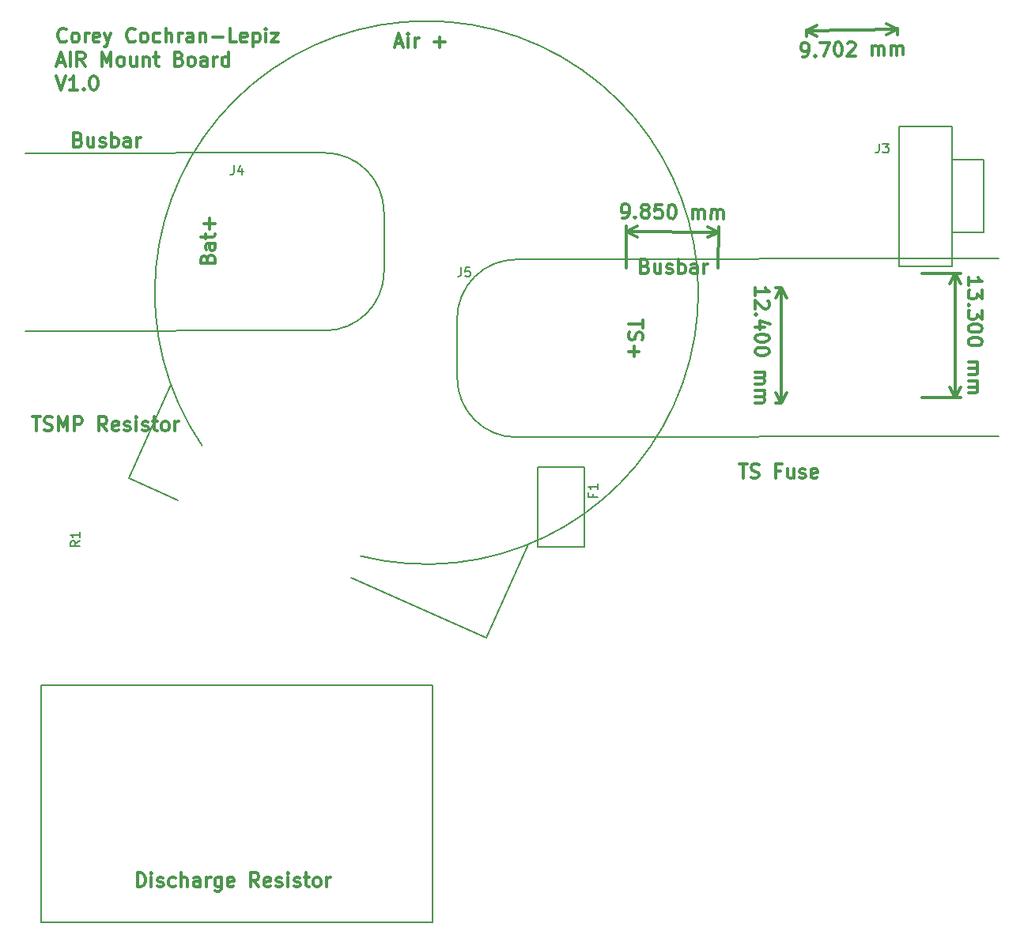
<source format=gto>
G04 #@! TF.GenerationSoftware,KiCad,Pcbnew,5.0.2-bee76a0~70~ubuntu18.04.1*
G04 #@! TF.CreationDate,2019-04-30T11:18:50-04:00*
G04 #@! TF.ProjectId,AIR_Mount_Plus,4149525f-4d6f-4756-9e74-5f506c75732e,rev?*
G04 #@! TF.SameCoordinates,Original*
G04 #@! TF.FileFunction,Legend,Top*
G04 #@! TF.FilePolarity,Positive*
%FSLAX46Y46*%
G04 Gerber Fmt 4.6, Leading zero omitted, Abs format (unit mm)*
G04 Created by KiCad (PCBNEW 5.0.2-bee76a0~70~ubuntu18.04.1) date Tue 30 Apr 2019 11:18:50 AM EDT*
%MOMM*%
%LPD*%
G01*
G04 APERTURE LIST*
%ADD10C,0.300000*%
%ADD11C,0.200000*%
%ADD12C,0.150000*%
G04 APERTURE END LIST*
D10*
X190149285Y-25975714D02*
X190077857Y-26047142D01*
X189863571Y-26118571D01*
X189720714Y-26118571D01*
X189506428Y-26047142D01*
X189363571Y-25904285D01*
X189292142Y-25761428D01*
X189220714Y-25475714D01*
X189220714Y-25261428D01*
X189292142Y-24975714D01*
X189363571Y-24832857D01*
X189506428Y-24690000D01*
X189720714Y-24618571D01*
X189863571Y-24618571D01*
X190077857Y-24690000D01*
X190149285Y-24761428D01*
X191006428Y-26118571D02*
X190863571Y-26047142D01*
X190792142Y-25975714D01*
X190720714Y-25832857D01*
X190720714Y-25404285D01*
X190792142Y-25261428D01*
X190863571Y-25190000D01*
X191006428Y-25118571D01*
X191220714Y-25118571D01*
X191363571Y-25190000D01*
X191435000Y-25261428D01*
X191506428Y-25404285D01*
X191506428Y-25832857D01*
X191435000Y-25975714D01*
X191363571Y-26047142D01*
X191220714Y-26118571D01*
X191006428Y-26118571D01*
X192149285Y-26118571D02*
X192149285Y-25118571D01*
X192149285Y-25404285D02*
X192220714Y-25261428D01*
X192292142Y-25190000D01*
X192435000Y-25118571D01*
X192577857Y-25118571D01*
X193649285Y-26047142D02*
X193506428Y-26118571D01*
X193220714Y-26118571D01*
X193077857Y-26047142D01*
X193006428Y-25904285D01*
X193006428Y-25332857D01*
X193077857Y-25190000D01*
X193220714Y-25118571D01*
X193506428Y-25118571D01*
X193649285Y-25190000D01*
X193720714Y-25332857D01*
X193720714Y-25475714D01*
X193006428Y-25618571D01*
X194220714Y-25118571D02*
X194577857Y-26118571D01*
X194935000Y-25118571D02*
X194577857Y-26118571D01*
X194435000Y-26475714D01*
X194363571Y-26547142D01*
X194220714Y-26618571D01*
X197506428Y-25975714D02*
X197435000Y-26047142D01*
X197220714Y-26118571D01*
X197077857Y-26118571D01*
X196863571Y-26047142D01*
X196720714Y-25904285D01*
X196649285Y-25761428D01*
X196577857Y-25475714D01*
X196577857Y-25261428D01*
X196649285Y-24975714D01*
X196720714Y-24832857D01*
X196863571Y-24690000D01*
X197077857Y-24618571D01*
X197220714Y-24618571D01*
X197435000Y-24690000D01*
X197506428Y-24761428D01*
X198363571Y-26118571D02*
X198220714Y-26047142D01*
X198149285Y-25975714D01*
X198077857Y-25832857D01*
X198077857Y-25404285D01*
X198149285Y-25261428D01*
X198220714Y-25190000D01*
X198363571Y-25118571D01*
X198577857Y-25118571D01*
X198720714Y-25190000D01*
X198792142Y-25261428D01*
X198863571Y-25404285D01*
X198863571Y-25832857D01*
X198792142Y-25975714D01*
X198720714Y-26047142D01*
X198577857Y-26118571D01*
X198363571Y-26118571D01*
X200149285Y-26047142D02*
X200006428Y-26118571D01*
X199720714Y-26118571D01*
X199577857Y-26047142D01*
X199506428Y-25975714D01*
X199435000Y-25832857D01*
X199435000Y-25404285D01*
X199506428Y-25261428D01*
X199577857Y-25190000D01*
X199720714Y-25118571D01*
X200006428Y-25118571D01*
X200149285Y-25190000D01*
X200792142Y-26118571D02*
X200792142Y-24618571D01*
X201435000Y-26118571D02*
X201435000Y-25332857D01*
X201363571Y-25190000D01*
X201220714Y-25118571D01*
X201006428Y-25118571D01*
X200863571Y-25190000D01*
X200792142Y-25261428D01*
X202149285Y-26118571D02*
X202149285Y-25118571D01*
X202149285Y-25404285D02*
X202220714Y-25261428D01*
X202292142Y-25190000D01*
X202435000Y-25118571D01*
X202577857Y-25118571D01*
X203720714Y-26118571D02*
X203720714Y-25332857D01*
X203649285Y-25190000D01*
X203506428Y-25118571D01*
X203220714Y-25118571D01*
X203077857Y-25190000D01*
X203720714Y-26047142D02*
X203577857Y-26118571D01*
X203220714Y-26118571D01*
X203077857Y-26047142D01*
X203006428Y-25904285D01*
X203006428Y-25761428D01*
X203077857Y-25618571D01*
X203220714Y-25547142D01*
X203577857Y-25547142D01*
X203720714Y-25475714D01*
X204435000Y-25118571D02*
X204435000Y-26118571D01*
X204435000Y-25261428D02*
X204506428Y-25190000D01*
X204649285Y-25118571D01*
X204863571Y-25118571D01*
X205006428Y-25190000D01*
X205077857Y-25332857D01*
X205077857Y-26118571D01*
X205792142Y-25547142D02*
X206935000Y-25547142D01*
X208363571Y-26118571D02*
X207649285Y-26118571D01*
X207649285Y-24618571D01*
X209435000Y-26047142D02*
X209292142Y-26118571D01*
X209006428Y-26118571D01*
X208863571Y-26047142D01*
X208792142Y-25904285D01*
X208792142Y-25332857D01*
X208863571Y-25190000D01*
X209006428Y-25118571D01*
X209292142Y-25118571D01*
X209435000Y-25190000D01*
X209506428Y-25332857D01*
X209506428Y-25475714D01*
X208792142Y-25618571D01*
X210149285Y-25118571D02*
X210149285Y-26618571D01*
X210149285Y-25190000D02*
X210292142Y-25118571D01*
X210577857Y-25118571D01*
X210720714Y-25190000D01*
X210792142Y-25261428D01*
X210863571Y-25404285D01*
X210863571Y-25832857D01*
X210792142Y-25975714D01*
X210720714Y-26047142D01*
X210577857Y-26118571D01*
X210292142Y-26118571D01*
X210149285Y-26047142D01*
X211506428Y-26118571D02*
X211506428Y-25118571D01*
X211506428Y-24618571D02*
X211435000Y-24690000D01*
X211506428Y-24761428D01*
X211577857Y-24690000D01*
X211506428Y-24618571D01*
X211506428Y-24761428D01*
X212077857Y-25118571D02*
X212863571Y-25118571D01*
X212077857Y-26118571D01*
X212863571Y-26118571D01*
X189220714Y-28240000D02*
X189935000Y-28240000D01*
X189077857Y-28668571D02*
X189577857Y-27168571D01*
X190077857Y-28668571D01*
X190577857Y-28668571D02*
X190577857Y-27168571D01*
X192149285Y-28668571D02*
X191649285Y-27954285D01*
X191292142Y-28668571D02*
X191292142Y-27168571D01*
X191863571Y-27168571D01*
X192006428Y-27240000D01*
X192077857Y-27311428D01*
X192149285Y-27454285D01*
X192149285Y-27668571D01*
X192077857Y-27811428D01*
X192006428Y-27882857D01*
X191863571Y-27954285D01*
X191292142Y-27954285D01*
X193935000Y-28668571D02*
X193935000Y-27168571D01*
X194435000Y-28240000D01*
X194935000Y-27168571D01*
X194935000Y-28668571D01*
X195863571Y-28668571D02*
X195720714Y-28597142D01*
X195649285Y-28525714D01*
X195577857Y-28382857D01*
X195577857Y-27954285D01*
X195649285Y-27811428D01*
X195720714Y-27740000D01*
X195863571Y-27668571D01*
X196077857Y-27668571D01*
X196220714Y-27740000D01*
X196292142Y-27811428D01*
X196363571Y-27954285D01*
X196363571Y-28382857D01*
X196292142Y-28525714D01*
X196220714Y-28597142D01*
X196077857Y-28668571D01*
X195863571Y-28668571D01*
X197649285Y-27668571D02*
X197649285Y-28668571D01*
X197006428Y-27668571D02*
X197006428Y-28454285D01*
X197077857Y-28597142D01*
X197220714Y-28668571D01*
X197435000Y-28668571D01*
X197577857Y-28597142D01*
X197649285Y-28525714D01*
X198363571Y-27668571D02*
X198363571Y-28668571D01*
X198363571Y-27811428D02*
X198435000Y-27740000D01*
X198577857Y-27668571D01*
X198792142Y-27668571D01*
X198935000Y-27740000D01*
X199006428Y-27882857D01*
X199006428Y-28668571D01*
X199506428Y-27668571D02*
X200077857Y-27668571D01*
X199720714Y-27168571D02*
X199720714Y-28454285D01*
X199792142Y-28597142D01*
X199935000Y-28668571D01*
X200077857Y-28668571D01*
X202220714Y-27882857D02*
X202435000Y-27954285D01*
X202506428Y-28025714D01*
X202577857Y-28168571D01*
X202577857Y-28382857D01*
X202506428Y-28525714D01*
X202435000Y-28597142D01*
X202292142Y-28668571D01*
X201720714Y-28668571D01*
X201720714Y-27168571D01*
X202220714Y-27168571D01*
X202363571Y-27240000D01*
X202435000Y-27311428D01*
X202506428Y-27454285D01*
X202506428Y-27597142D01*
X202435000Y-27740000D01*
X202363571Y-27811428D01*
X202220714Y-27882857D01*
X201720714Y-27882857D01*
X203435000Y-28668571D02*
X203292142Y-28597142D01*
X203220714Y-28525714D01*
X203149285Y-28382857D01*
X203149285Y-27954285D01*
X203220714Y-27811428D01*
X203292142Y-27740000D01*
X203435000Y-27668571D01*
X203649285Y-27668571D01*
X203792142Y-27740000D01*
X203863571Y-27811428D01*
X203935000Y-27954285D01*
X203935000Y-28382857D01*
X203863571Y-28525714D01*
X203792142Y-28597142D01*
X203649285Y-28668571D01*
X203435000Y-28668571D01*
X205220714Y-28668571D02*
X205220714Y-27882857D01*
X205149285Y-27740000D01*
X205006428Y-27668571D01*
X204720714Y-27668571D01*
X204577857Y-27740000D01*
X205220714Y-28597142D02*
X205077857Y-28668571D01*
X204720714Y-28668571D01*
X204577857Y-28597142D01*
X204506428Y-28454285D01*
X204506428Y-28311428D01*
X204577857Y-28168571D01*
X204720714Y-28097142D01*
X205077857Y-28097142D01*
X205220714Y-28025714D01*
X205935000Y-28668571D02*
X205935000Y-27668571D01*
X205935000Y-27954285D02*
X206006428Y-27811428D01*
X206077857Y-27740000D01*
X206220714Y-27668571D01*
X206363571Y-27668571D01*
X207506428Y-28668571D02*
X207506428Y-27168571D01*
X207506428Y-28597142D02*
X207363571Y-28668571D01*
X207077857Y-28668571D01*
X206935000Y-28597142D01*
X206863571Y-28525714D01*
X206792142Y-28382857D01*
X206792142Y-27954285D01*
X206863571Y-27811428D01*
X206935000Y-27740000D01*
X207077857Y-27668571D01*
X207363571Y-27668571D01*
X207506428Y-27740000D01*
X189077857Y-29718571D02*
X189577857Y-31218571D01*
X190077857Y-29718571D01*
X191363571Y-31218571D02*
X190506428Y-31218571D01*
X190935000Y-31218571D02*
X190935000Y-29718571D01*
X190792142Y-29932857D01*
X190649285Y-30075714D01*
X190506428Y-30147142D01*
X192006428Y-31075714D02*
X192077857Y-31147142D01*
X192006428Y-31218571D01*
X191935000Y-31147142D01*
X192006428Y-31075714D01*
X192006428Y-31218571D01*
X193006428Y-29718571D02*
X193149285Y-29718571D01*
X193292142Y-29790000D01*
X193363571Y-29861428D01*
X193435000Y-30004285D01*
X193506428Y-30290000D01*
X193506428Y-30647142D01*
X193435000Y-30932857D01*
X193363571Y-31075714D01*
X193292142Y-31147142D01*
X193149285Y-31218571D01*
X193006428Y-31218571D01*
X192863571Y-31147142D01*
X192792142Y-31075714D01*
X192720714Y-30932857D01*
X192649285Y-30647142D01*
X192649285Y-30290000D01*
X192720714Y-30004285D01*
X192792142Y-29861428D01*
X192863571Y-29790000D01*
X193006428Y-29718571D01*
X262164285Y-71328571D02*
X263021428Y-71328571D01*
X262592857Y-72828571D02*
X262592857Y-71328571D01*
X263450000Y-72757142D02*
X263664285Y-72828571D01*
X264021428Y-72828571D01*
X264164285Y-72757142D01*
X264235714Y-72685714D01*
X264307142Y-72542857D01*
X264307142Y-72400000D01*
X264235714Y-72257142D01*
X264164285Y-72185714D01*
X264021428Y-72114285D01*
X263735714Y-72042857D01*
X263592857Y-71971428D01*
X263521428Y-71900000D01*
X263450000Y-71757142D01*
X263450000Y-71614285D01*
X263521428Y-71471428D01*
X263592857Y-71400000D01*
X263735714Y-71328571D01*
X264092857Y-71328571D01*
X264307142Y-71400000D01*
X266592857Y-72042857D02*
X266092857Y-72042857D01*
X266092857Y-72828571D02*
X266092857Y-71328571D01*
X266807142Y-71328571D01*
X268021428Y-71828571D02*
X268021428Y-72828571D01*
X267378571Y-71828571D02*
X267378571Y-72614285D01*
X267450000Y-72757142D01*
X267592857Y-72828571D01*
X267807142Y-72828571D01*
X267950000Y-72757142D01*
X268021428Y-72685714D01*
X268664285Y-72757142D02*
X268807142Y-72828571D01*
X269092857Y-72828571D01*
X269235714Y-72757142D01*
X269307142Y-72614285D01*
X269307142Y-72542857D01*
X269235714Y-72400000D01*
X269092857Y-72328571D01*
X268878571Y-72328571D01*
X268735714Y-72257142D01*
X268664285Y-72114285D01*
X268664285Y-72042857D01*
X268735714Y-71900000D01*
X268878571Y-71828571D01*
X269092857Y-71828571D01*
X269235714Y-71900000D01*
X270521428Y-72757142D02*
X270378571Y-72828571D01*
X270092857Y-72828571D01*
X269950000Y-72757142D01*
X269878571Y-72614285D01*
X269878571Y-72042857D01*
X269950000Y-71900000D01*
X270092857Y-71828571D01*
X270378571Y-71828571D01*
X270521428Y-71900000D01*
X270592857Y-72042857D01*
X270592857Y-72185714D01*
X269878571Y-72328571D01*
X186492857Y-66253571D02*
X187350000Y-66253571D01*
X186921428Y-67753571D02*
X186921428Y-66253571D01*
X187778571Y-67682142D02*
X187992857Y-67753571D01*
X188350000Y-67753571D01*
X188492857Y-67682142D01*
X188564285Y-67610714D01*
X188635714Y-67467857D01*
X188635714Y-67325000D01*
X188564285Y-67182142D01*
X188492857Y-67110714D01*
X188350000Y-67039285D01*
X188064285Y-66967857D01*
X187921428Y-66896428D01*
X187850000Y-66825000D01*
X187778571Y-66682142D01*
X187778571Y-66539285D01*
X187850000Y-66396428D01*
X187921428Y-66325000D01*
X188064285Y-66253571D01*
X188421428Y-66253571D01*
X188635714Y-66325000D01*
X189278571Y-67753571D02*
X189278571Y-66253571D01*
X189778571Y-67325000D01*
X190278571Y-66253571D01*
X190278571Y-67753571D01*
X190992857Y-67753571D02*
X190992857Y-66253571D01*
X191564285Y-66253571D01*
X191707142Y-66325000D01*
X191778571Y-66396428D01*
X191850000Y-66539285D01*
X191850000Y-66753571D01*
X191778571Y-66896428D01*
X191707142Y-66967857D01*
X191564285Y-67039285D01*
X190992857Y-67039285D01*
X194492857Y-67753571D02*
X193992857Y-67039285D01*
X193635714Y-67753571D02*
X193635714Y-66253571D01*
X194207142Y-66253571D01*
X194350000Y-66325000D01*
X194421428Y-66396428D01*
X194492857Y-66539285D01*
X194492857Y-66753571D01*
X194421428Y-66896428D01*
X194350000Y-66967857D01*
X194207142Y-67039285D01*
X193635714Y-67039285D01*
X195707142Y-67682142D02*
X195564285Y-67753571D01*
X195278571Y-67753571D01*
X195135714Y-67682142D01*
X195064285Y-67539285D01*
X195064285Y-66967857D01*
X195135714Y-66825000D01*
X195278571Y-66753571D01*
X195564285Y-66753571D01*
X195707142Y-66825000D01*
X195778571Y-66967857D01*
X195778571Y-67110714D01*
X195064285Y-67253571D01*
X196350000Y-67682142D02*
X196492857Y-67753571D01*
X196778571Y-67753571D01*
X196921428Y-67682142D01*
X196992857Y-67539285D01*
X196992857Y-67467857D01*
X196921428Y-67325000D01*
X196778571Y-67253571D01*
X196564285Y-67253571D01*
X196421428Y-67182142D01*
X196350000Y-67039285D01*
X196350000Y-66967857D01*
X196421428Y-66825000D01*
X196564285Y-66753571D01*
X196778571Y-66753571D01*
X196921428Y-66825000D01*
X197635714Y-67753571D02*
X197635714Y-66753571D01*
X197635714Y-66253571D02*
X197564285Y-66325000D01*
X197635714Y-66396428D01*
X197707142Y-66325000D01*
X197635714Y-66253571D01*
X197635714Y-66396428D01*
X198278571Y-67682142D02*
X198421428Y-67753571D01*
X198707142Y-67753571D01*
X198850000Y-67682142D01*
X198921428Y-67539285D01*
X198921428Y-67467857D01*
X198850000Y-67325000D01*
X198707142Y-67253571D01*
X198492857Y-67253571D01*
X198350000Y-67182142D01*
X198278571Y-67039285D01*
X198278571Y-66967857D01*
X198350000Y-66825000D01*
X198492857Y-66753571D01*
X198707142Y-66753571D01*
X198850000Y-66825000D01*
X199350000Y-66753571D02*
X199921428Y-66753571D01*
X199564285Y-66253571D02*
X199564285Y-67539285D01*
X199635714Y-67682142D01*
X199778571Y-67753571D01*
X199921428Y-67753571D01*
X200635714Y-67753571D02*
X200492857Y-67682142D01*
X200421428Y-67610714D01*
X200350000Y-67467857D01*
X200350000Y-67039285D01*
X200421428Y-66896428D01*
X200492857Y-66825000D01*
X200635714Y-66753571D01*
X200850000Y-66753571D01*
X200992857Y-66825000D01*
X201064285Y-66896428D01*
X201135714Y-67039285D01*
X201135714Y-67467857D01*
X201064285Y-67610714D01*
X200992857Y-67682142D01*
X200850000Y-67753571D01*
X200635714Y-67753571D01*
X201778571Y-67753571D02*
X201778571Y-66753571D01*
X201778571Y-67039285D02*
X201850000Y-66896428D01*
X201921428Y-66825000D01*
X202064285Y-66753571D01*
X202207142Y-66753571D01*
X197750000Y-116603571D02*
X197750000Y-115103571D01*
X198107142Y-115103571D01*
X198321428Y-115175000D01*
X198464285Y-115317857D01*
X198535714Y-115460714D01*
X198607142Y-115746428D01*
X198607142Y-115960714D01*
X198535714Y-116246428D01*
X198464285Y-116389285D01*
X198321428Y-116532142D01*
X198107142Y-116603571D01*
X197750000Y-116603571D01*
X199250000Y-116603571D02*
X199250000Y-115603571D01*
X199250000Y-115103571D02*
X199178571Y-115175000D01*
X199250000Y-115246428D01*
X199321428Y-115175000D01*
X199250000Y-115103571D01*
X199250000Y-115246428D01*
X199892857Y-116532142D02*
X200035714Y-116603571D01*
X200321428Y-116603571D01*
X200464285Y-116532142D01*
X200535714Y-116389285D01*
X200535714Y-116317857D01*
X200464285Y-116175000D01*
X200321428Y-116103571D01*
X200107142Y-116103571D01*
X199964285Y-116032142D01*
X199892857Y-115889285D01*
X199892857Y-115817857D01*
X199964285Y-115675000D01*
X200107142Y-115603571D01*
X200321428Y-115603571D01*
X200464285Y-115675000D01*
X201821428Y-116532142D02*
X201678571Y-116603571D01*
X201392857Y-116603571D01*
X201250000Y-116532142D01*
X201178571Y-116460714D01*
X201107142Y-116317857D01*
X201107142Y-115889285D01*
X201178571Y-115746428D01*
X201250000Y-115675000D01*
X201392857Y-115603571D01*
X201678571Y-115603571D01*
X201821428Y-115675000D01*
X202464285Y-116603571D02*
X202464285Y-115103571D01*
X203107142Y-116603571D02*
X203107142Y-115817857D01*
X203035714Y-115675000D01*
X202892857Y-115603571D01*
X202678571Y-115603571D01*
X202535714Y-115675000D01*
X202464285Y-115746428D01*
X204464285Y-116603571D02*
X204464285Y-115817857D01*
X204392857Y-115675000D01*
X204250000Y-115603571D01*
X203964285Y-115603571D01*
X203821428Y-115675000D01*
X204464285Y-116532142D02*
X204321428Y-116603571D01*
X203964285Y-116603571D01*
X203821428Y-116532142D01*
X203750000Y-116389285D01*
X203750000Y-116246428D01*
X203821428Y-116103571D01*
X203964285Y-116032142D01*
X204321428Y-116032142D01*
X204464285Y-115960714D01*
X205178571Y-116603571D02*
X205178571Y-115603571D01*
X205178571Y-115889285D02*
X205250000Y-115746428D01*
X205321428Y-115675000D01*
X205464285Y-115603571D01*
X205607142Y-115603571D01*
X206750000Y-115603571D02*
X206750000Y-116817857D01*
X206678571Y-116960714D01*
X206607142Y-117032142D01*
X206464285Y-117103571D01*
X206250000Y-117103571D01*
X206107142Y-117032142D01*
X206750000Y-116532142D02*
X206607142Y-116603571D01*
X206321428Y-116603571D01*
X206178571Y-116532142D01*
X206107142Y-116460714D01*
X206035714Y-116317857D01*
X206035714Y-115889285D01*
X206107142Y-115746428D01*
X206178571Y-115675000D01*
X206321428Y-115603571D01*
X206607142Y-115603571D01*
X206750000Y-115675000D01*
X208035714Y-116532142D02*
X207892857Y-116603571D01*
X207607142Y-116603571D01*
X207464285Y-116532142D01*
X207392857Y-116389285D01*
X207392857Y-115817857D01*
X207464285Y-115675000D01*
X207607142Y-115603571D01*
X207892857Y-115603571D01*
X208035714Y-115675000D01*
X208107142Y-115817857D01*
X208107142Y-115960714D01*
X207392857Y-116103571D01*
X210750000Y-116603571D02*
X210250000Y-115889285D01*
X209892857Y-116603571D02*
X209892857Y-115103571D01*
X210464285Y-115103571D01*
X210607142Y-115175000D01*
X210678571Y-115246428D01*
X210750000Y-115389285D01*
X210750000Y-115603571D01*
X210678571Y-115746428D01*
X210607142Y-115817857D01*
X210464285Y-115889285D01*
X209892857Y-115889285D01*
X211964285Y-116532142D02*
X211821428Y-116603571D01*
X211535714Y-116603571D01*
X211392857Y-116532142D01*
X211321428Y-116389285D01*
X211321428Y-115817857D01*
X211392857Y-115675000D01*
X211535714Y-115603571D01*
X211821428Y-115603571D01*
X211964285Y-115675000D01*
X212035714Y-115817857D01*
X212035714Y-115960714D01*
X211321428Y-116103571D01*
X212607142Y-116532142D02*
X212750000Y-116603571D01*
X213035714Y-116603571D01*
X213178571Y-116532142D01*
X213250000Y-116389285D01*
X213250000Y-116317857D01*
X213178571Y-116175000D01*
X213035714Y-116103571D01*
X212821428Y-116103571D01*
X212678571Y-116032142D01*
X212607142Y-115889285D01*
X212607142Y-115817857D01*
X212678571Y-115675000D01*
X212821428Y-115603571D01*
X213035714Y-115603571D01*
X213178571Y-115675000D01*
X213892857Y-116603571D02*
X213892857Y-115603571D01*
X213892857Y-115103571D02*
X213821428Y-115175000D01*
X213892857Y-115246428D01*
X213964285Y-115175000D01*
X213892857Y-115103571D01*
X213892857Y-115246428D01*
X214535714Y-116532142D02*
X214678571Y-116603571D01*
X214964285Y-116603571D01*
X215107142Y-116532142D01*
X215178571Y-116389285D01*
X215178571Y-116317857D01*
X215107142Y-116175000D01*
X214964285Y-116103571D01*
X214750000Y-116103571D01*
X214607142Y-116032142D01*
X214535714Y-115889285D01*
X214535714Y-115817857D01*
X214607142Y-115675000D01*
X214750000Y-115603571D01*
X214964285Y-115603571D01*
X215107142Y-115675000D01*
X215607142Y-115603571D02*
X216178571Y-115603571D01*
X215821428Y-115103571D02*
X215821428Y-116389285D01*
X215892857Y-116532142D01*
X216035714Y-116603571D01*
X216178571Y-116603571D01*
X216892857Y-116603571D02*
X216750000Y-116532142D01*
X216678571Y-116460714D01*
X216607142Y-116317857D01*
X216607142Y-115889285D01*
X216678571Y-115746428D01*
X216750000Y-115675000D01*
X216892857Y-115603571D01*
X217107142Y-115603571D01*
X217250000Y-115675000D01*
X217321428Y-115746428D01*
X217392857Y-115889285D01*
X217392857Y-116317857D01*
X217321428Y-116460714D01*
X217250000Y-116532142D01*
X217107142Y-116603571D01*
X216892857Y-116603571D01*
X218035714Y-116603571D02*
X218035714Y-115603571D01*
X218035714Y-115889285D02*
X218107142Y-115746428D01*
X218178571Y-115675000D01*
X218321428Y-115603571D01*
X218464285Y-115603571D01*
X251846428Y-55878571D02*
X251846428Y-56735714D01*
X250346428Y-56307142D02*
X251846428Y-56307142D01*
X250417857Y-57164285D02*
X250346428Y-57378571D01*
X250346428Y-57735714D01*
X250417857Y-57878571D01*
X250489285Y-57950000D01*
X250632142Y-58021428D01*
X250775000Y-58021428D01*
X250917857Y-57950000D01*
X250989285Y-57878571D01*
X251060714Y-57735714D01*
X251132142Y-57450000D01*
X251203571Y-57307142D01*
X251275000Y-57235714D01*
X251417857Y-57164285D01*
X251560714Y-57164285D01*
X251703571Y-57235714D01*
X251775000Y-57307142D01*
X251846428Y-57450000D01*
X251846428Y-57807142D01*
X251775000Y-58021428D01*
X250917857Y-58664285D02*
X250917857Y-59807142D01*
X250346428Y-59235714D02*
X251489285Y-59235714D01*
X205242857Y-49328571D02*
X205314285Y-49114285D01*
X205385714Y-49042857D01*
X205528571Y-48971428D01*
X205742857Y-48971428D01*
X205885714Y-49042857D01*
X205957142Y-49114285D01*
X206028571Y-49257142D01*
X206028571Y-49828571D01*
X204528571Y-49828571D01*
X204528571Y-49328571D01*
X204600000Y-49185714D01*
X204671428Y-49114285D01*
X204814285Y-49042857D01*
X204957142Y-49042857D01*
X205100000Y-49114285D01*
X205171428Y-49185714D01*
X205242857Y-49328571D01*
X205242857Y-49828571D01*
X206028571Y-47685714D02*
X205242857Y-47685714D01*
X205100000Y-47757142D01*
X205028571Y-47900000D01*
X205028571Y-48185714D01*
X205100000Y-48328571D01*
X205957142Y-47685714D02*
X206028571Y-47828571D01*
X206028571Y-48185714D01*
X205957142Y-48328571D01*
X205814285Y-48400000D01*
X205671428Y-48400000D01*
X205528571Y-48328571D01*
X205457142Y-48185714D01*
X205457142Y-47828571D01*
X205385714Y-47685714D01*
X205028571Y-47185714D02*
X205028571Y-46614285D01*
X204528571Y-46971428D02*
X205814285Y-46971428D01*
X205957142Y-46900000D01*
X206028571Y-46757142D01*
X206028571Y-46614285D01*
X205457142Y-46114285D02*
X205457142Y-44971428D01*
X206028571Y-45542857D02*
X204885714Y-45542857D01*
X225396428Y-26250000D02*
X226110714Y-26250000D01*
X225253571Y-26678571D02*
X225753571Y-25178571D01*
X226253571Y-26678571D01*
X226753571Y-26678571D02*
X226753571Y-25678571D01*
X226753571Y-25178571D02*
X226682142Y-25250000D01*
X226753571Y-25321428D01*
X226825000Y-25250000D01*
X226753571Y-25178571D01*
X226753571Y-25321428D01*
X227467857Y-26678571D02*
X227467857Y-25678571D01*
X227467857Y-25964285D02*
X227539285Y-25821428D01*
X227610714Y-25750000D01*
X227753571Y-25678571D01*
X227896428Y-25678571D01*
X229539285Y-26107142D02*
X230682142Y-26107142D01*
X230110714Y-26678571D02*
X230110714Y-25535714D01*
X252125000Y-50117857D02*
X252339285Y-50189285D01*
X252410714Y-50260714D01*
X252482142Y-50403571D01*
X252482142Y-50617857D01*
X252410714Y-50760714D01*
X252339285Y-50832142D01*
X252196428Y-50903571D01*
X251625000Y-50903571D01*
X251625000Y-49403571D01*
X252125000Y-49403571D01*
X252267857Y-49475000D01*
X252339285Y-49546428D01*
X252410714Y-49689285D01*
X252410714Y-49832142D01*
X252339285Y-49975000D01*
X252267857Y-50046428D01*
X252125000Y-50117857D01*
X251625000Y-50117857D01*
X253767857Y-49903571D02*
X253767857Y-50903571D01*
X253125000Y-49903571D02*
X253125000Y-50689285D01*
X253196428Y-50832142D01*
X253339285Y-50903571D01*
X253553571Y-50903571D01*
X253696428Y-50832142D01*
X253767857Y-50760714D01*
X254410714Y-50832142D02*
X254553571Y-50903571D01*
X254839285Y-50903571D01*
X254982142Y-50832142D01*
X255053571Y-50689285D01*
X255053571Y-50617857D01*
X254982142Y-50475000D01*
X254839285Y-50403571D01*
X254625000Y-50403571D01*
X254482142Y-50332142D01*
X254410714Y-50189285D01*
X254410714Y-50117857D01*
X254482142Y-49975000D01*
X254625000Y-49903571D01*
X254839285Y-49903571D01*
X254982142Y-49975000D01*
X255696428Y-50903571D02*
X255696428Y-49403571D01*
X255696428Y-49975000D02*
X255839285Y-49903571D01*
X256125000Y-49903571D01*
X256267857Y-49975000D01*
X256339285Y-50046428D01*
X256410714Y-50189285D01*
X256410714Y-50617857D01*
X256339285Y-50760714D01*
X256267857Y-50832142D01*
X256125000Y-50903571D01*
X255839285Y-50903571D01*
X255696428Y-50832142D01*
X257696428Y-50903571D02*
X257696428Y-50117857D01*
X257625000Y-49975000D01*
X257482142Y-49903571D01*
X257196428Y-49903571D01*
X257053571Y-49975000D01*
X257696428Y-50832142D02*
X257553571Y-50903571D01*
X257196428Y-50903571D01*
X257053571Y-50832142D01*
X256982142Y-50689285D01*
X256982142Y-50546428D01*
X257053571Y-50403571D01*
X257196428Y-50332142D01*
X257553571Y-50332142D01*
X257696428Y-50260714D01*
X258410714Y-50903571D02*
X258410714Y-49903571D01*
X258410714Y-50189285D02*
X258482142Y-50046428D01*
X258553571Y-49975000D01*
X258696428Y-49903571D01*
X258839285Y-49903571D01*
X191425000Y-36542857D02*
X191639285Y-36614285D01*
X191710714Y-36685714D01*
X191782142Y-36828571D01*
X191782142Y-37042857D01*
X191710714Y-37185714D01*
X191639285Y-37257142D01*
X191496428Y-37328571D01*
X190925000Y-37328571D01*
X190925000Y-35828571D01*
X191425000Y-35828571D01*
X191567857Y-35900000D01*
X191639285Y-35971428D01*
X191710714Y-36114285D01*
X191710714Y-36257142D01*
X191639285Y-36400000D01*
X191567857Y-36471428D01*
X191425000Y-36542857D01*
X190925000Y-36542857D01*
X193067857Y-36328571D02*
X193067857Y-37328571D01*
X192425000Y-36328571D02*
X192425000Y-37114285D01*
X192496428Y-37257142D01*
X192639285Y-37328571D01*
X192853571Y-37328571D01*
X192996428Y-37257142D01*
X193067857Y-37185714D01*
X193710714Y-37257142D02*
X193853571Y-37328571D01*
X194139285Y-37328571D01*
X194282142Y-37257142D01*
X194353571Y-37114285D01*
X194353571Y-37042857D01*
X194282142Y-36900000D01*
X194139285Y-36828571D01*
X193925000Y-36828571D01*
X193782142Y-36757142D01*
X193710714Y-36614285D01*
X193710714Y-36542857D01*
X193782142Y-36400000D01*
X193925000Y-36328571D01*
X194139285Y-36328571D01*
X194282142Y-36400000D01*
X194996428Y-37328571D02*
X194996428Y-35828571D01*
X194996428Y-36400000D02*
X195139285Y-36328571D01*
X195425000Y-36328571D01*
X195567857Y-36400000D01*
X195639285Y-36471428D01*
X195710714Y-36614285D01*
X195710714Y-37042857D01*
X195639285Y-37185714D01*
X195567857Y-37257142D01*
X195425000Y-37328571D01*
X195139285Y-37328571D01*
X194996428Y-37257142D01*
X196996428Y-37328571D02*
X196996428Y-36542857D01*
X196925000Y-36400000D01*
X196782142Y-36328571D01*
X196496428Y-36328571D01*
X196353571Y-36400000D01*
X196996428Y-37257142D02*
X196853571Y-37328571D01*
X196496428Y-37328571D01*
X196353571Y-37257142D01*
X196282142Y-37114285D01*
X196282142Y-36971428D01*
X196353571Y-36828571D01*
X196496428Y-36757142D01*
X196853571Y-36757142D01*
X196996428Y-36685714D01*
X197710714Y-37328571D02*
X197710714Y-36328571D01*
X197710714Y-36614285D02*
X197782142Y-36471428D01*
X197853571Y-36400000D01*
X197996428Y-36328571D01*
X198139285Y-36328571D01*
X263896428Y-53242857D02*
X263896428Y-52385714D01*
X263896428Y-52814285D02*
X265396428Y-52814285D01*
X265182142Y-52671428D01*
X265039285Y-52528571D01*
X264967857Y-52385714D01*
X265253571Y-53814285D02*
X265325000Y-53885714D01*
X265396428Y-54028571D01*
X265396428Y-54385714D01*
X265325000Y-54528571D01*
X265253571Y-54600000D01*
X265110714Y-54671428D01*
X264967857Y-54671428D01*
X264753571Y-54600000D01*
X263896428Y-53742857D01*
X263896428Y-54671428D01*
X264039285Y-55314285D02*
X263967857Y-55385714D01*
X263896428Y-55314285D01*
X263967857Y-55242857D01*
X264039285Y-55314285D01*
X263896428Y-55314285D01*
X264896428Y-56671428D02*
X263896428Y-56671428D01*
X265467857Y-56314285D02*
X264396428Y-55957142D01*
X264396428Y-56885714D01*
X265396428Y-57742857D02*
X265396428Y-57885714D01*
X265325000Y-58028571D01*
X265253571Y-58100000D01*
X265110714Y-58171428D01*
X264825000Y-58242857D01*
X264467857Y-58242857D01*
X264182142Y-58171428D01*
X264039285Y-58100000D01*
X263967857Y-58028571D01*
X263896428Y-57885714D01*
X263896428Y-57742857D01*
X263967857Y-57600000D01*
X264039285Y-57528571D01*
X264182142Y-57457142D01*
X264467857Y-57385714D01*
X264825000Y-57385714D01*
X265110714Y-57457142D01*
X265253571Y-57528571D01*
X265325000Y-57600000D01*
X265396428Y-57742857D01*
X265396428Y-59171428D02*
X265396428Y-59314285D01*
X265325000Y-59457142D01*
X265253571Y-59528571D01*
X265110714Y-59600000D01*
X264825000Y-59671428D01*
X264467857Y-59671428D01*
X264182142Y-59600000D01*
X264039285Y-59528571D01*
X263967857Y-59457142D01*
X263896428Y-59314285D01*
X263896428Y-59171428D01*
X263967857Y-59028571D01*
X264039285Y-58957142D01*
X264182142Y-58885714D01*
X264467857Y-58814285D01*
X264825000Y-58814285D01*
X265110714Y-58885714D01*
X265253571Y-58957142D01*
X265325000Y-59028571D01*
X265396428Y-59171428D01*
X263896428Y-61457142D02*
X264896428Y-61457142D01*
X264753571Y-61457142D02*
X264825000Y-61528571D01*
X264896428Y-61671428D01*
X264896428Y-61885714D01*
X264825000Y-62028571D01*
X264682142Y-62100000D01*
X263896428Y-62100000D01*
X264682142Y-62100000D02*
X264825000Y-62171428D01*
X264896428Y-62314285D01*
X264896428Y-62528571D01*
X264825000Y-62671428D01*
X264682142Y-62742857D01*
X263896428Y-62742857D01*
X263896428Y-63457142D02*
X264896428Y-63457142D01*
X264753571Y-63457142D02*
X264825000Y-63528571D01*
X264896428Y-63671428D01*
X264896428Y-63885714D01*
X264825000Y-64028571D01*
X264682142Y-64100000D01*
X263896428Y-64100000D01*
X264682142Y-64100000D02*
X264825000Y-64171428D01*
X264896428Y-64314285D01*
X264896428Y-64528571D01*
X264825000Y-64671428D01*
X264682142Y-64742857D01*
X263896428Y-64742857D01*
X266675000Y-52400000D02*
X266675000Y-64800000D01*
X266675000Y-52400000D02*
X266088579Y-52400000D01*
X266675000Y-64800000D02*
X266088579Y-64800000D01*
X266675000Y-64800000D02*
X266088579Y-63673496D01*
X266675000Y-64800000D02*
X267261421Y-63673496D01*
X266675000Y-52400000D02*
X266088579Y-53526504D01*
X266675000Y-52400000D02*
X267261421Y-53526504D01*
X249694812Y-44976116D02*
X249980523Y-44977566D01*
X250123741Y-44906864D01*
X250195531Y-44835799D01*
X250339474Y-44622241D01*
X250412352Y-44336893D01*
X250415252Y-43765472D01*
X250344550Y-43622254D01*
X250273485Y-43550464D01*
X250130992Y-43478311D01*
X249845282Y-43476860D01*
X249702064Y-43547563D01*
X249630273Y-43618628D01*
X249558121Y-43761121D01*
X249556308Y-44118259D01*
X249627010Y-44261477D01*
X249698075Y-44333267D01*
X249840568Y-44405420D01*
X250126279Y-44406870D01*
X250269497Y-44336168D01*
X250341287Y-44265103D01*
X250413440Y-44122610D01*
X251052663Y-44840150D02*
X251123728Y-44911940D01*
X251051938Y-44983005D01*
X250980872Y-44911215D01*
X251052663Y-44840150D01*
X251051938Y-44983005D01*
X251984848Y-44130587D02*
X251842355Y-44058434D01*
X251771290Y-43986644D01*
X251700588Y-43843426D01*
X251700950Y-43771998D01*
X251773103Y-43629505D01*
X251844893Y-43558440D01*
X251988111Y-43487738D01*
X252273822Y-43489188D01*
X252416314Y-43561341D01*
X252487380Y-43633131D01*
X252558082Y-43776349D01*
X252557719Y-43847777D01*
X252485567Y-43990269D01*
X252413776Y-44061334D01*
X252270559Y-44132037D01*
X251984848Y-44130587D01*
X251841630Y-44201289D01*
X251769840Y-44272354D01*
X251697687Y-44414847D01*
X251696237Y-44700557D01*
X251766939Y-44843775D01*
X251838004Y-44915566D01*
X251980497Y-44987718D01*
X252266208Y-44989169D01*
X252409426Y-44918466D01*
X252481216Y-44847401D01*
X252553369Y-44704908D01*
X252554819Y-44419198D01*
X252484116Y-44275980D01*
X252413051Y-44204190D01*
X252270559Y-44132037D01*
X253916658Y-43497527D02*
X253202381Y-43493902D01*
X253127328Y-44207815D01*
X253199118Y-44136750D01*
X253342336Y-44066048D01*
X253699474Y-44067861D01*
X253841967Y-44140014D01*
X253913032Y-44211804D01*
X253983734Y-44355022D01*
X253981922Y-44712160D01*
X253909769Y-44854653D01*
X253837979Y-44925718D01*
X253694761Y-44996420D01*
X253337622Y-44994607D01*
X253195130Y-44922455D01*
X253124065Y-44850664D01*
X254916645Y-43502603D02*
X255059500Y-43503329D01*
X255201993Y-43575481D01*
X255273058Y-43647272D01*
X255343760Y-43790489D01*
X255413738Y-44076563D01*
X255411925Y-44433701D01*
X255339047Y-44719049D01*
X255266894Y-44861542D01*
X255195104Y-44932607D01*
X255051886Y-45003309D01*
X254909031Y-45002584D01*
X254766538Y-44930431D01*
X254695473Y-44858641D01*
X254624770Y-44715423D01*
X254554793Y-44429350D01*
X254556606Y-44072212D01*
X254629484Y-43786864D01*
X254701637Y-43644371D01*
X254773427Y-43573306D01*
X254916645Y-43502603D01*
X257194716Y-45014186D02*
X257199792Y-44014199D01*
X257199066Y-44157055D02*
X257270857Y-44085990D01*
X257414075Y-44015287D01*
X257628358Y-44016375D01*
X257770850Y-44088528D01*
X257841553Y-44231746D01*
X257837564Y-45017450D01*
X257841553Y-44231746D02*
X257913706Y-44089253D01*
X258056923Y-44018550D01*
X258271206Y-44019638D01*
X258413699Y-44091791D01*
X258484402Y-44235009D01*
X258480413Y-45020713D01*
X259194690Y-45024339D02*
X259199766Y-44024352D01*
X259199041Y-44167207D02*
X259270831Y-44096142D01*
X259414049Y-44025439D01*
X259628332Y-44026527D01*
X259770824Y-44098680D01*
X259841527Y-44241898D01*
X259837539Y-45027602D01*
X259841527Y-44241898D02*
X259913680Y-44099405D01*
X260056898Y-44028702D01*
X260271181Y-44029790D01*
X260413673Y-44101943D01*
X260484376Y-44245161D01*
X260480388Y-45030865D01*
X259969671Y-46449720D02*
X250119671Y-46399720D01*
X259950000Y-50325000D02*
X259972648Y-45863307D01*
X250100000Y-50275000D02*
X250122648Y-45813307D01*
X250119671Y-46399720D02*
X251249137Y-45819025D01*
X250119671Y-46399720D02*
X251243184Y-46991851D01*
X259969671Y-46449720D02*
X258846158Y-45857589D01*
X259969671Y-46449720D02*
X258840205Y-47030415D01*
X268953291Y-27686310D02*
X269238945Y-27680420D01*
X269380299Y-27606062D01*
X269450240Y-27533176D01*
X269588650Y-27315991D01*
X269654173Y-27028865D01*
X269642394Y-26457558D01*
X269568035Y-26316203D01*
X269495150Y-26246262D01*
X269350850Y-26177794D01*
X269065197Y-26183684D01*
X268923842Y-26258042D01*
X268853901Y-26330928D01*
X268785433Y-26475227D01*
X268792795Y-26832294D01*
X268867153Y-26973648D01*
X268940039Y-27043589D01*
X269084338Y-27112058D01*
X269369992Y-27106168D01*
X269511346Y-27031810D01*
X269581287Y-26958924D01*
X269649756Y-26814625D01*
X270307201Y-27515507D02*
X270380087Y-27585448D01*
X270310146Y-27658333D01*
X270237260Y-27588392D01*
X270307201Y-27515507D01*
X270310146Y-27658333D01*
X270850532Y-26146873D02*
X271850319Y-26126258D01*
X271238520Y-27639192D01*
X272707280Y-26108589D02*
X272850107Y-26105644D01*
X272994406Y-26174113D01*
X273067292Y-26244054D01*
X273141650Y-26385408D01*
X273218953Y-26669589D01*
X273226315Y-27026656D01*
X273160792Y-27313782D01*
X273092323Y-27458081D01*
X273022382Y-27530967D01*
X272881028Y-27605326D01*
X272738201Y-27608270D01*
X272593902Y-27539802D01*
X272521016Y-27469861D01*
X272446658Y-27328507D01*
X272369355Y-27044325D01*
X272361992Y-26687259D01*
X272427516Y-26400133D01*
X272495984Y-26255833D01*
X272565925Y-26182947D01*
X272707280Y-26108589D01*
X273781426Y-26229329D02*
X273851367Y-26156444D01*
X273992721Y-26082085D01*
X274349788Y-26074723D01*
X274494087Y-26143192D01*
X274566973Y-26213132D01*
X274641331Y-26354487D01*
X274644276Y-26497314D01*
X274577280Y-26713026D01*
X273737989Y-27587656D01*
X274666363Y-27568515D01*
X276451697Y-27531704D02*
X276431083Y-26531916D01*
X276434028Y-26674743D02*
X276503969Y-26601857D01*
X276645323Y-26527499D01*
X276859564Y-26523081D01*
X277003863Y-26591550D01*
X277078221Y-26732904D01*
X277094418Y-27518452D01*
X277078221Y-26732904D02*
X277146690Y-26588605D01*
X277288044Y-26514247D01*
X277502284Y-26509829D01*
X277646583Y-26578298D01*
X277720942Y-26719652D01*
X277737139Y-27505200D01*
X278451272Y-27490475D02*
X278430658Y-26490688D01*
X278433603Y-26633514D02*
X278503544Y-26560629D01*
X278644899Y-26486270D01*
X278859139Y-26481853D01*
X279003438Y-26550322D01*
X279077796Y-26691676D01*
X279093993Y-27477223D01*
X279077796Y-26691676D02*
X279146265Y-26547377D01*
X279287619Y-26473018D01*
X279501859Y-26468601D01*
X279646158Y-26537070D01*
X279720517Y-26678424D01*
X279736714Y-27463971D01*
X279102018Y-24697896D02*
X269402018Y-24897896D01*
X279100000Y-24600000D02*
X279114107Y-25284192D01*
X269400000Y-24800000D02*
X269414107Y-25484192D01*
X269402018Y-24897896D02*
X270516194Y-24288378D01*
X269402018Y-24897896D02*
X270540371Y-25460970D01*
X279102018Y-24697896D02*
X277963665Y-24134822D01*
X279102018Y-24697896D02*
X277987842Y-25307414D01*
X286721428Y-52192857D02*
X286721428Y-51335714D01*
X286721428Y-51764285D02*
X288221428Y-51764285D01*
X288007142Y-51621428D01*
X287864285Y-51478571D01*
X287792857Y-51335714D01*
X288221428Y-52692857D02*
X288221428Y-53621428D01*
X287650000Y-53121428D01*
X287650000Y-53335714D01*
X287578571Y-53478571D01*
X287507142Y-53550000D01*
X287364285Y-53621428D01*
X287007142Y-53621428D01*
X286864285Y-53550000D01*
X286792857Y-53478571D01*
X286721428Y-53335714D01*
X286721428Y-52907142D01*
X286792857Y-52764285D01*
X286864285Y-52692857D01*
X286864285Y-54264285D02*
X286792857Y-54335714D01*
X286721428Y-54264285D01*
X286792857Y-54192857D01*
X286864285Y-54264285D01*
X286721428Y-54264285D01*
X288221428Y-54835714D02*
X288221428Y-55764285D01*
X287650000Y-55264285D01*
X287650000Y-55478571D01*
X287578571Y-55621428D01*
X287507142Y-55692857D01*
X287364285Y-55764285D01*
X287007142Y-55764285D01*
X286864285Y-55692857D01*
X286792857Y-55621428D01*
X286721428Y-55478571D01*
X286721428Y-55050000D01*
X286792857Y-54907142D01*
X286864285Y-54835714D01*
X288221428Y-56692857D02*
X288221428Y-56835714D01*
X288150000Y-56978571D01*
X288078571Y-57050000D01*
X287935714Y-57121428D01*
X287650000Y-57192857D01*
X287292857Y-57192857D01*
X287007142Y-57121428D01*
X286864285Y-57050000D01*
X286792857Y-56978571D01*
X286721428Y-56835714D01*
X286721428Y-56692857D01*
X286792857Y-56550000D01*
X286864285Y-56478571D01*
X287007142Y-56407142D01*
X287292857Y-56335714D01*
X287650000Y-56335714D01*
X287935714Y-56407142D01*
X288078571Y-56478571D01*
X288150000Y-56550000D01*
X288221428Y-56692857D01*
X288221428Y-58121428D02*
X288221428Y-58264285D01*
X288150000Y-58407142D01*
X288078571Y-58478571D01*
X287935714Y-58550000D01*
X287650000Y-58621428D01*
X287292857Y-58621428D01*
X287007142Y-58550000D01*
X286864285Y-58478571D01*
X286792857Y-58407142D01*
X286721428Y-58264285D01*
X286721428Y-58121428D01*
X286792857Y-57978571D01*
X286864285Y-57907142D01*
X287007142Y-57835714D01*
X287292857Y-57764285D01*
X287650000Y-57764285D01*
X287935714Y-57835714D01*
X288078571Y-57907142D01*
X288150000Y-57978571D01*
X288221428Y-58121428D01*
X286721428Y-60407142D02*
X287721428Y-60407142D01*
X287578571Y-60407142D02*
X287650000Y-60478571D01*
X287721428Y-60621428D01*
X287721428Y-60835714D01*
X287650000Y-60978571D01*
X287507142Y-61050000D01*
X286721428Y-61050000D01*
X287507142Y-61050000D02*
X287650000Y-61121428D01*
X287721428Y-61264285D01*
X287721428Y-61478571D01*
X287650000Y-61621428D01*
X287507142Y-61692857D01*
X286721428Y-61692857D01*
X286721428Y-62407142D02*
X287721428Y-62407142D01*
X287578571Y-62407142D02*
X287650000Y-62478571D01*
X287721428Y-62621428D01*
X287721428Y-62835714D01*
X287650000Y-62978571D01*
X287507142Y-63050000D01*
X286721428Y-63050000D01*
X287507142Y-63050000D02*
X287650000Y-63121428D01*
X287721428Y-63264285D01*
X287721428Y-63478571D01*
X287650000Y-63621428D01*
X287507142Y-63692857D01*
X286721428Y-63692857D01*
X285300000Y-50900000D02*
X285300000Y-64200000D01*
X281800000Y-50900000D02*
X285886421Y-50900000D01*
X281800000Y-64200000D02*
X285886421Y-64200000D01*
X285300000Y-64200000D02*
X284713579Y-63073496D01*
X285300000Y-64200000D02*
X285886421Y-63073496D01*
X285300000Y-50900000D02*
X284713579Y-52026504D01*
X285300000Y-50900000D02*
X285886421Y-52026504D01*
D11*
X204690807Y-69357685D02*
G75*
G02X221651260Y-81162388I24018277J16422003D01*
G01*
X238326585Y-49386155D02*
X289951376Y-49300284D01*
X201339460Y-62808039D02*
X196856921Y-72831884D01*
X289983064Y-68350257D02*
X238358272Y-68436129D01*
X238358272Y-68436130D02*
G75*
G02X231997718Y-62096700I-10562J6349992D01*
G01*
X231987155Y-55746709D02*
G75*
G02X238326585Y-49386155I6349992J10562D01*
G01*
X231997718Y-62096700D02*
X231987156Y-55746709D01*
X187410627Y-95024239D02*
X229320627Y-95024239D01*
X196856921Y-72831884D02*
X202074029Y-75164910D01*
X229320627Y-95024239D02*
X229320627Y-120424239D01*
X229320627Y-120424239D02*
X187410627Y-120424239D01*
X235115713Y-89940739D02*
X239598252Y-79916894D01*
X220623747Y-83460112D02*
X235115713Y-89940739D01*
X224161102Y-50654276D02*
G75*
G02X217821674Y-57014830I-6349991J-10563D01*
G01*
X224161103Y-50654277D02*
X224150540Y-44304285D01*
X217789986Y-37964857D02*
G75*
G02X224150540Y-44304285I10563J-6349991D01*
G01*
X217789986Y-37964857D02*
X185751260Y-38018149D01*
X187410627Y-120424239D02*
X187410627Y-95024239D01*
X185782947Y-57068123D02*
X217821674Y-57014830D01*
D12*
G04 #@! TO.C,F1*
X240578000Y-71652000D02*
X245578000Y-71652000D01*
X240578000Y-80152000D02*
X240578000Y-71652000D01*
X245578000Y-80152000D02*
X240578000Y-80152000D01*
X245578000Y-71652000D02*
X245578000Y-80152000D01*
G04 #@! TO.C,J3*
X285020000Y-46500000D02*
X288330000Y-46500000D01*
X288330000Y-46500000D02*
X288330000Y-38700000D01*
X288330000Y-38700000D02*
X285020000Y-38700000D01*
X285020000Y-35100000D02*
X279298000Y-35100000D01*
X285020000Y-50100000D02*
X279298000Y-50100000D01*
X285020000Y-35100000D02*
X285020000Y-50100000D01*
X279298000Y-35100000D02*
X279298000Y-50100000D01*
G04 #@! TO.C,F1*
X246506571Y-74485333D02*
X246506571Y-74818666D01*
X247030380Y-74818666D02*
X246030380Y-74818666D01*
X246030380Y-74342476D01*
X247030380Y-73437714D02*
X247030380Y-74009142D01*
X247030380Y-73723428D02*
X246030380Y-73723428D01*
X246173238Y-73818666D01*
X246268476Y-73913904D01*
X246316095Y-74009142D01*
G04 #@! TO.C,J3*
X277186666Y-36972380D02*
X277186666Y-37686666D01*
X277139047Y-37829523D01*
X277043809Y-37924761D01*
X276900952Y-37972380D01*
X276805714Y-37972380D01*
X277567619Y-36972380D02*
X278186666Y-36972380D01*
X277853333Y-37353333D01*
X277996190Y-37353333D01*
X278091428Y-37400952D01*
X278139047Y-37448571D01*
X278186666Y-37543809D01*
X278186666Y-37781904D01*
X278139047Y-37877142D01*
X278091428Y-37924761D01*
X277996190Y-37972380D01*
X277710476Y-37972380D01*
X277615238Y-37924761D01*
X277567619Y-37877142D01*
G04 #@! TO.C,J4*
X208074498Y-39324336D02*
X208074498Y-40038622D01*
X208026879Y-40181479D01*
X207931641Y-40276717D01*
X207788784Y-40324336D01*
X207693546Y-40324336D01*
X208979260Y-39657670D02*
X208979260Y-40324336D01*
X208741165Y-39276717D02*
X208503070Y-39991003D01*
X209122117Y-39991003D01*
G04 #@! TO.C,J5*
X232421002Y-50211789D02*
X232421002Y-50926075D01*
X232373383Y-51068932D01*
X232278145Y-51164170D01*
X232135288Y-51211789D01*
X232040050Y-51211789D01*
X233373383Y-50211789D02*
X232897193Y-50211789D01*
X232849574Y-50687980D01*
X232897193Y-50640361D01*
X232992431Y-50592742D01*
X233230526Y-50592742D01*
X233325764Y-50640361D01*
X233373383Y-50687980D01*
X233421002Y-50783218D01*
X233421002Y-51021313D01*
X233373383Y-51116551D01*
X233325764Y-51164170D01*
X233230526Y-51211789D01*
X232992431Y-51211789D01*
X232897193Y-51164170D01*
X232849574Y-51116551D01*
G04 #@! TO.C,R1*
X191572380Y-79536666D02*
X191096190Y-79870000D01*
X191572380Y-80108095D02*
X190572380Y-80108095D01*
X190572380Y-79727142D01*
X190620000Y-79631904D01*
X190667619Y-79584285D01*
X190762857Y-79536666D01*
X190905714Y-79536666D01*
X191000952Y-79584285D01*
X191048571Y-79631904D01*
X191096190Y-79727142D01*
X191096190Y-80108095D01*
X191572380Y-78584285D02*
X191572380Y-79155714D01*
X191572380Y-78870000D02*
X190572380Y-78870000D01*
X190715238Y-78965238D01*
X190810476Y-79060476D01*
X190858095Y-79155714D01*
G04 #@! TD*
M02*

</source>
